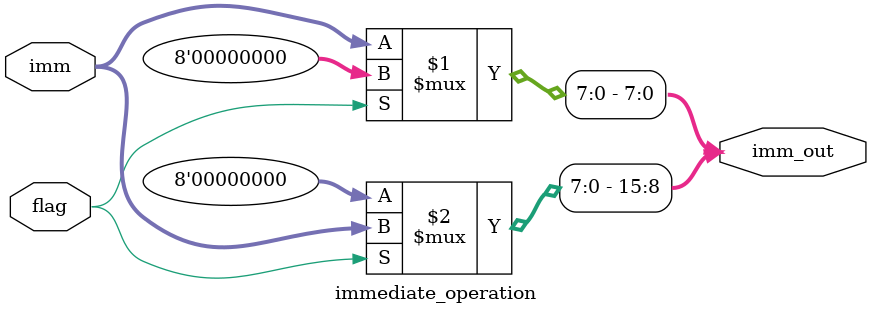
<source format=v>
module immediate_operation (imm, flag, imm_out);

input [7:0] imm;
input flag;
output [15:0] imm_out;


assign imm_out[7:0] = (flag)? 8'b0000_0000 : imm ;
assign imm_out[15:8] = (flag)? imm : 8'b0000_0000;

    
endmodule
</source>
